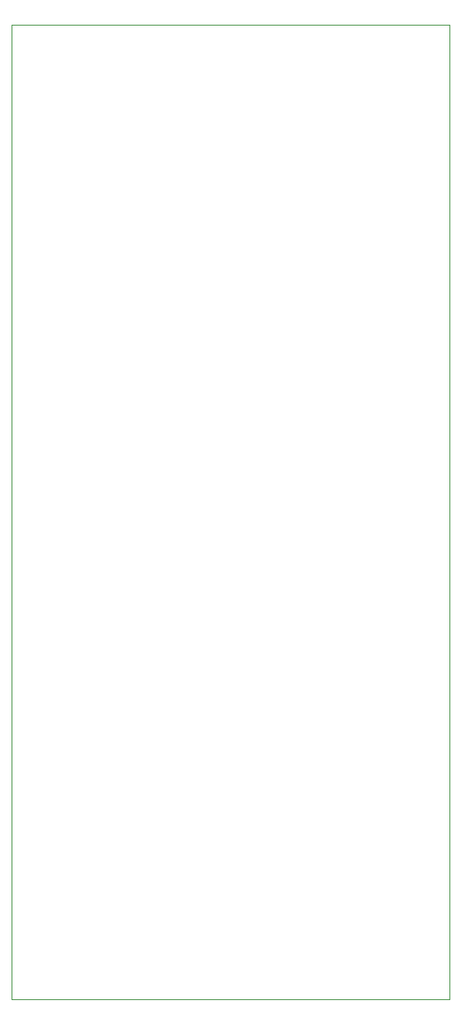
<source format=gbr>
%TF.GenerationSoftware,KiCad,Pcbnew,7.0.9*%
%TF.CreationDate,2023-11-15T13:05:46-05:00*%
%TF.ProjectId,SB2_ACOND_CONN,5342325f-4143-44f4-9e44-5f434f4e4e2e,rev?*%
%TF.SameCoordinates,Original*%
%TF.FileFunction,Profile,NP*%
%FSLAX46Y46*%
G04 Gerber Fmt 4.6, Leading zero omitted, Abs format (unit mm)*
G04 Created by KiCad (PCBNEW 7.0.9) date 2023-11-15 13:05:46*
%MOMM*%
%LPD*%
G01*
G04 APERTURE LIST*
%TA.AperFunction,Profile*%
%ADD10C,0.100000*%
%TD*%
G04 APERTURE END LIST*
D10*
X50000000Y-25000000D02*
X95000000Y-25000000D01*
X95000000Y-125000000D01*
X50000000Y-125000000D01*
X50000000Y-25000000D01*
M02*

</source>
